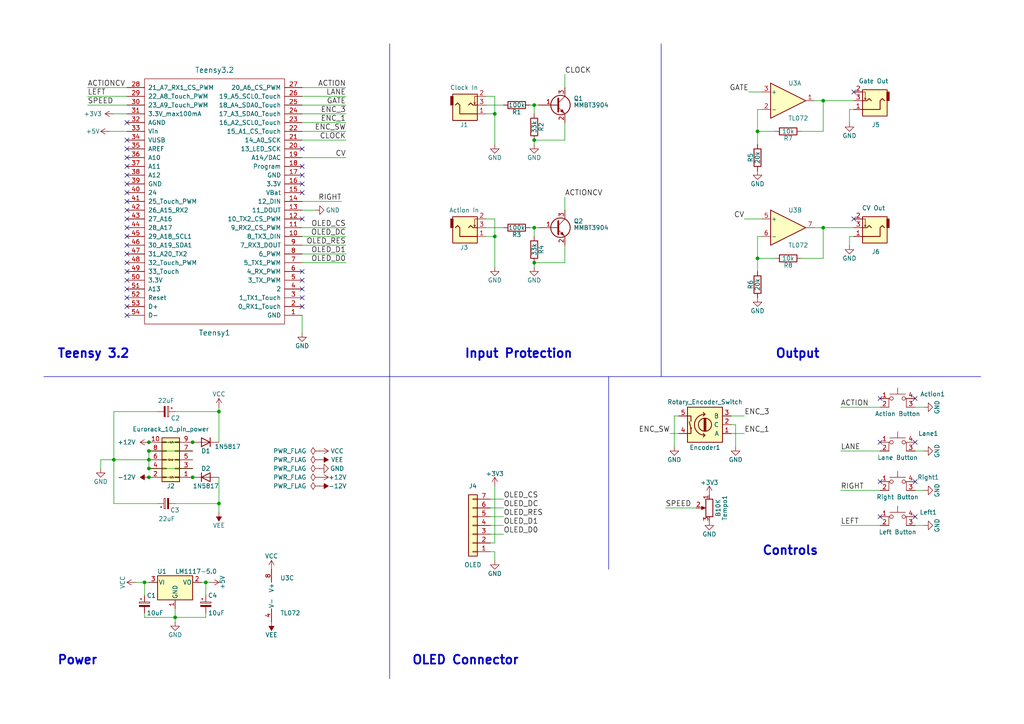
<source format=kicad_sch>
(kicad_sch (version 20230121) (generator eeschema)
  (paper "A4")
  (title_block (title "Play Dice") (company "Mountjoy Modular"))
  (lib_symbols
    (symbol "Amplifier_Operational:TL072" (pin_names (offset 0.127))
      (property "Reference" "U" (at 0 5.08 0))
      (property "Value" "TL072" (at 0 -5.08 0))
      (symbol "TL072_1_1"
        (polyline (pts (xy -5.08 5.08) (xy 5.08 0) (xy -5.08 -5.08) (xy -5.08 5.08)) (stroke (width 0.254)) (fill (type background)))
        (pin output line (at 7.62 0 180) (length 2.54) (name "~") (number "1"))
        (pin input line (at -7.62 -2.54 0) (length 2.54) (name "-") (number "2"))
        (pin input line (at -7.62 2.54 0) (length 2.54) (name "+") (number "3"))
      )
      (symbol "TL072_2_1"
        (polyline (pts (xy -5.08 5.08) (xy 5.08 0) (xy -5.08 -5.08) (xy -5.08 5.08)) (stroke (width 0.254)) (fill (type background)))
        (pin input line (at -7.62 2.54 0) (length 2.54) (name "+") (number "5"))
        (pin input line (at -7.62 -2.54 0) (length 2.54) (name "-") (number "6"))
        (pin output line (at 7.62 0 180) (length 2.54) (name "~") (number "7"))
      )
      (symbol "TL072_3_1"
        (pin power_in line (at -2.54 -7.62 90) (length 3.81) (name "V-") (number "4"))
        (pin power_in line (at -2.54 7.62 270) (length 3.81) (name "V+") (number "8"))
      )
    )
    (symbol "Connector_Generic:Conn_01x07" (pin_names (offset 1.016) hide)
      (property "Reference" "J" (at 0 10.16 0))
      (property "Value" "Conn_01x07" (at 0 -10.16 0))
      (symbol "Conn_01x07_1_1"
        (rectangle (start -1.27 -7.493) (end 0 -7.747) (stroke (width 0.1524)))
        (rectangle (start -1.27 -4.953) (end 0 -5.207) (stroke (width 0.1524)))
        (rectangle (start -1.27 -2.413) (end 0 -2.667) (stroke (width 0.1524)))
        (rectangle (start -1.27 0.127) (end 0 -0.127) (stroke (width 0.1524)))
        (rectangle (start -1.27 2.667) (end 0 2.413) (stroke (width 0.1524)))
        (rectangle (start -1.27 5.207) (end 0 4.953) (stroke (width 0.1524)))
        (rectangle (start -1.27 7.747) (end 0 7.493) (stroke (width 0.1524)))
        (rectangle (start -1.27 8.89) (end 1.27 -8.89) (stroke (width 0.254)) (fill (type background)))
        (pin passive line (at -5.08 7.62 0) (length 3.81) (name "Pin_1") (number "1"))
        (pin passive line (at -5.08 5.08 0) (length 3.81) (name "Pin_2") (number "2"))
        (pin passive line (at -5.08 2.54 0) (length 3.81) (name "Pin_3") (number "3"))
        (pin passive line (at -5.08 0 0) (length 3.81) (name "Pin_4") (number "4"))
        (pin passive line (at -5.08 -2.54 0) (length 3.81) (name "Pin_5") (number "5"))
        (pin passive line (at -5.08 -5.08 0) (length 3.81) (name "Pin_6") (number "6"))
        (pin passive line (at -5.08 -7.62 0) (length 3.81) (name "Pin_7") (number "7"))
      )
    )
    (symbol "Device:C_Polarized_Small" (pin_numbers hide) (pin_names (offset 0.254) hide)
      (property "Reference" "C" (at 0.254 1.778 0))
      (property "Value" "C_Polarized_Small" (at 0.254 -2.032 0))
      (symbol "C_Polarized_Small_0_1"
        (rectangle (start -1.524 -0.3048) (end 1.524 -0.6858) (fill (type outline)))
        (rectangle (start -1.524 0.6858) (end 1.524 0.3048))
        (polyline (pts (xy -1.27 1.524) (xy -0.762 1.524)))
        (polyline (pts (xy -1.016 1.27) (xy -1.016 1.778)))
      )
      (symbol "C_Polarized_Small_1_1"
        (pin passive line (at 0 2.54 270) (length 1.8542) (name "~") (number "1"))
        (pin passive line (at 0 -2.54 90) (length 1.8542) (name "~") (number "2"))
      )
    )
    (symbol "Device:D" (pin_numbers hide) (pin_names (offset 1.016) hide)
      (property "Reference" "D" (at 0 2.54 0))
      (property "Value" "D" (at 0 -2.54 0))
      (symbol "D_0_1"
        (polyline (pts (xy -1.27 1.27) (xy -1.27 -1.27)) (stroke (width 0.254)))
        (polyline (pts (xy 1.27 0) (xy -1.27 0)))
        (polyline (pts (xy 1.27 1.27) (xy 1.27 -1.27) (xy -1.27 0) (xy 1.27 1.27)) (stroke (width 0.254)))
      )
      (symbol "D_1_1"
        (pin passive line (at -3.81 0 0) (length 2.54) (name "K") (number "1"))
        (pin passive line (at 3.81 0 180) (length 2.54) (name "A") (number "2"))
      )
    )
    (symbol "Device:R" (pin_numbers hide) (pin_names (offset 0))
      (property "Reference" "R" (at 2.032 0 90))
      (property "Value" "R" (at 0 0 90))
      (symbol "R_0_1"
        (rectangle (start -1.016 -2.54) (end 1.016 2.54) (stroke (width 0.254)))
      )
      (symbol "R_1_1"
        (pin passive line (at 0 3.81 270) (length 1.27) (name "~") (number "1"))
        (pin passive line (at 0 -3.81 90) (length 1.27) (name "~") (number "2"))
      )
    )
    (symbol "Device:R_Potentiometer" (pin_names (offset 1.016) hide)
      (property "Reference" "RV" (at -4.445 0 90))
      (property "Value" "R_Potentiometer" (at -2.54 0 90))
      (symbol "R_Potentiometer_0_1"
        (polyline (pts (xy 2.54 0) (xy 1.524 0)))
        (polyline (pts (xy 1.143 0) (xy 2.286 0.508) (xy 2.286 -0.508) (xy 1.143 0)) (fill (type outline)))
        (rectangle (start 1.016 2.54) (end -1.016 -2.54) (stroke (width 0.254)))
      )
      (symbol "R_Potentiometer_1_1"
        (pin passive line (at 0 3.81 270) (length 1.27) (name "1") (number "1"))
        (pin passive line (at 3.81 0 180) (length 1.27) (name "2") (number "2"))
        (pin passive line (at 0 -3.81 90) (length 1.27) (name "3") (number "3"))
      )
    )
    (symbol "Eurorack Header:Eurorack_10_pin_power" (pin_names (offset 1.016) hide)
      (property "Reference" "J" (at 1.27 7.62 0))
      (property "Value" "Eurorack_10_pin_power" (at 1.27 -7.62 0))
      (symbol "Eurorack_10_pin_power_1_0"
        (text "+12v" (at 1.27 -5.08 0) (effects (font (size 0.508 0.508))))
        (text "-12v" (at 1.27 5.08 0) (effects (font (size 0.508 0.508))))
        (text "Gnd" (at 1.27 0 0) (effects (font (size 0.508 0.508))))
      )
      (symbol "Eurorack_10_pin_power_1_1"
        (rectangle (start -1.27 -4.953) (end 0 -5.207) (stroke (width 0.1524)))
        (rectangle (start -1.27 -2.413) (end 0 -2.667) (stroke (width 0.1524)))
        (rectangle (start -1.27 0.127) (end 0 -0.127) (stroke (width 0.1524)))
        (rectangle (start -1.27 2.667) (end 0 2.413) (stroke (width 0.1524)))
        (rectangle (start -1.27 5.207) (end 0 4.953) (stroke (width 0.1524)))
        (rectangle (start -1.27 6.35) (end 3.81 -6.35) (stroke (width 0.254)) (fill (type background)))
        (rectangle (start 3.81 -4.953) (end 2.54 -5.207) (stroke (width 0.1524)))
        (rectangle (start 3.81 -2.413) (end 2.54 -2.667) (stroke (width 0.1524)))
        (rectangle (start 3.81 0.127) (end 2.54 -0.127) (stroke (width 0.1524)))
        (rectangle (start 3.81 2.667) (end 2.54 2.413) (stroke (width 0.1524)))
        (rectangle (start 3.81 5.207) (end 2.54 4.953) (stroke (width 0.1524)))
        (pin power_in line (at -5.08 5.08 0) (length 3.81) (name "Pin_1") (number "1"))
        (pin passive line (at 7.62 -5.08 180) (length 3.81) (name "Pin_10") (number "10"))
        (pin passive line (at 7.62 5.08 180) (length 3.81) (name "Pin_2") (number "2"))
        (pin passive line (at -5.08 2.54 0) (length 3.81) (name "Pin_3") (number "3"))
        (pin passive line (at 7.62 2.54 180) (length 3.81) (name "Pin_4") (number "4"))
        (pin power_in line (at -5.08 0 0) (length 3.81) (name "Pin_5") (number "5"))
        (pin passive line (at 7.62 0 180) (length 3.81) (name "Pin_6") (number "6"))
        (pin passive line (at -5.08 -2.54 0) (length 3.81) (name "Pin_7") (number "7"))
        (pin passive line (at 7.62 -2.54 180) (length 3.81) (name "Pin_8") (number "8"))
        (pin power_in line (at -5.08 -5.08 0) (length 3.81) (name "Pin_9") (number "9"))
      )
    )
    (symbol "Regulator_Linear:LM1117-5.0" (pin_names (offset 0.254))
      (property "Reference" "U" (at -3.81 3.175 0))
      (property "Value" "LM1117-5.0" (at 0 3.175 0))
      (symbol "LM1117-5.0_0_1"
        (rectangle (start -5.08 -5.08) (end 5.08 1.905) (stroke (width 0.254)) (fill (type background)))
      )
      (symbol "LM1117-5.0_1_1"
        (pin power_in line (at 0 -7.62 90) (length 2.54) (name "GND") (number "1"))
        (pin power_out line (at 7.62 0 180) (length 2.54) (name "VO") (number "2"))
        (pin power_in line (at -7.62 0 0) (length 2.54) (name "VI") (number "3"))
      )
    )
    (symbol "Switch:SW_MEC_5E" (pin_names (offset 1.016) hide)
      (property "Reference" "SW" (at 0.635 5.715 0))
      (property "Value" "SW_MEC_5E" (at 0 -3.175 0))
      (symbol "SW_MEC_5E_0_1"
        (circle (center -1.778 2.54) (radius 0.508))
        (polyline (pts (xy -2.286 3.81) (xy 2.286 3.81)))
        (polyline (pts (xy 0 3.81) (xy 0 5.588)))
        (polyline (pts (xy -2.54 0) (xy -2.54 2.54) (xy -2.286 2.54)))
        (polyline (pts (xy 2.54 0) (xy 2.54 2.54) (xy 2.286 2.54)))
        (circle (center 1.778 2.54) (radius 0.508))
        (pin passive line (at -5.08 2.54 0) (length 2.54) (name "1") (number "1"))
        (pin passive line (at -5.08 0 0) (length 2.54) (name "2") (number "2"))
        (pin passive line (at 5.08 0 180) (length 2.54) (name "K") (number "3"))
        (pin passive line (at 5.08 2.54 180) (length 2.54) (name "A") (number "4"))
      )
    )
    (symbol "Transistor_BJT:MMBT3904" (pin_names (offset 0) hide)
      (property "Reference" "Q" (at 5.08 1.905 0))
      (property "Value" "MMBT3904" (at 5.08 0 0))
      (symbol "MMBT3904_0_1"
        (polyline (pts (xy 0.635 0.635) (xy 2.54 2.54)))
        (polyline (pts (xy 0.635 -0.635) (xy 2.54 -2.54) (xy 2.54 -2.54)))
        (polyline (pts (xy 0.635 1.905) (xy 0.635 -1.905) (xy 0.635 -1.905)) (stroke (width 0.508)))
        (polyline (pts (xy 1.27 -1.778) (xy 1.778 -1.27) (xy 2.286 -2.286) (xy 1.27 -1.778) (xy 1.27 -1.778)) (fill (type outline)))
        (circle (center 1.27 0) (radius 2.8194) (stroke (width 0.254)))
      )
      (symbol "MMBT3904_1_1"
        (pin input line (at -5.08 0 0) (length 5.715) (name "B") (number "1"))
        (pin passive line (at 2.54 -5.08 90) (length 2.54) (name "E") (number "2"))
        (pin passive line (at 2.54 5.08 270) (length 2.54) (name "C") (number "3"))
      )
    )
    (symbol "power:+12V" (power) (pin_names (offset 0))
      (property "Value" "+12V" (at 0 3.556 0))
      (symbol "+12V_0_1"
        (polyline (pts (xy -0.762 1.27) (xy 0 2.54)))
        (polyline (pts (xy 0 0) (xy 0 2.54)))
        (polyline (pts (xy 0 2.54) (xy 0.762 1.27)))
      )
      (symbol "+12V_1_1"
        (pin power_in line (at 0 0 90) (length 0) hide (name "+12V") (number "1"))
      )
    )
    (symbol "power:+3.3V" (power) (pin_names (offset 0))
      (property "Value" "+3.3V" (at 0 3.556 0))
      (symbol "+3.3V_0_1"
        (polyline (pts (xy -0.762 1.27) (xy 0 2.54)))
        (polyline (pts (xy 0 0) (xy 0 2.54)))
        (polyline (pts (xy 0 2.54) (xy 0.762 1.27)))
      )
      (symbol "+3.3V_1_1"
        (pin power_in line (at 0 0 90) (length 0) hide (name "+3V3") (number "1"))
      )
    )
    (symbol "power:+5V" (power) (pin_names (offset 0))
      (property "Value" "+5V" (at 0 3.556 0))
      (symbol "+5V_0_1"
        (polyline (pts (xy -0.762 1.27) (xy 0 2.54)))
        (polyline (pts (xy 0 0) (xy 0 2.54)))
        (polyline (pts (xy 0 2.54) (xy 0.762 1.27)))
      )
      (symbol "+5V_1_1"
        (pin power_in line (at 0 0 90) (length 0) hide (name "+5V") (number "1"))
      )
    )
    (symbol "power:-12V" (power) (pin_names (offset 0))
      (property "Value" "-12V" (at 0 3.81 0))
      (symbol "-12V_0_0"
        (pin power_in line (at 0 0 90) (length 0) hide (name "-12V") (number "1"))
      )
      (symbol "-12V_0_1"
        (polyline (pts (xy 0 0) (xy 0 1.27) (xy 0.762 1.27) (xy 0 2.54) (xy -0.762 1.27) (xy 0 1.27)) (fill (type outline)))
      )
    )
    (symbol "power:GND" (power) (pin_names (offset 0))
      (property "Value" "GND" (at 0 -3.81 0))
      (symbol "GND_0_1"
        (polyline (pts (xy 0 0) (xy 0 -1.27) (xy 1.27 -1.27) (xy 0 -2.54) (xy -1.27 -1.27) (xy 0 -1.27)))
      )
      (symbol "GND_1_1"
        (pin power_in line (at 0 0 270) (length 0) hide (name "GND") (number "1"))
      )
    )
    (symbol "power:PWR_FLAG" (power) (pin_numbers hide) (pin_names (offset 0) hide)
      (property "Value" "PWR_FLAG" (at 0 3.81 0))
      (symbol "PWR_FLAG_0_0"
        (pin power_out line (at 0 0 90) (length 0) (name "pwr") (number "1"))
      )
      (symbol "PWR_FLAG_0_1"
        (polyline (pts (xy 0 0) (xy 0 1.27) (xy -1.016 1.905) (xy 0 2.54) (xy 1.016 1.905) (xy 0 1.27)))
      )
    )
    (symbol "power:VCC" (power) (pin_names (offset 0))
      (property "Value" "VCC" (at 0 3.81 0))
      (symbol "VCC_0_1"
        (polyline (pts (xy -0.762 1.27) (xy 0 2.54)))
        (polyline (pts (xy 0 0) (xy 0 2.54)))
        (polyline (pts (xy 0 2.54) (xy 0.762 1.27)))
      )
      (symbol "VCC_1_1"
        (pin power_in line (at 0 0 90) (length 0) hide (name "VCC") (number "1"))
      )
    )
    (symbol "power:VEE" (power) (pin_names (offset 0))
      (property "Value" "VEE" (at 0 3.81 0))
      (symbol "VEE_0_1"
        (polyline (pts (xy 0 0) (xy 0 2.54)))
        (polyline (pts (xy 0.762 1.27) (xy -0.762 1.27) (xy 0 2.54) (xy 0.762 1.27)) (fill (type outline)))
      )
      (symbol "VEE_1_1"
        (pin power_in line (at 0 0 90) (length 0) hide (name "VEE") (number "1"))
      )
    )
    (symbol "rotary_encoder:Rotary_Encoder_Switch" (pin_names (offset 1.016))
      (property "Reference" "SW" (at 0 6.604 0))
      (property "Value" "Rotary_Encoder_Switch" (at 0 -6.604 0))
      (symbol "Rotary_Encoder_Switch_0_1"
        (rectangle (start -5.08 5.08) (end 5.08 -5.08) (stroke (width 0.254)) (fill (type background)))
        (arc (start 0 -3.048) (mid 3.0348 0) (end 0 3.048) (stroke (width 0.254)))
        (polyline (pts (xy -0.254 -1.778) (xy -0.254 1.778)) (stroke (width 0.254)))
        (polyline (pts (xy 0 -3.048) (xy 0.508 -3.556)) (stroke (width 0.254)))
        (polyline (pts (xy 0 -3.048) (xy 0.508 -2.54)) (stroke (width 0.254)))
        (polyline (pts (xy 0 -1.778) (xy 0 1.778)) (stroke (width 0.254)))
        (polyline (pts (xy 0 3.048) (xy 0.508 2.54)) (stroke (width 0.254)))
        (polyline (pts (xy 0.254 1.778) (xy 0.254 -1.778)) (stroke (width 0.254)))
        (polyline (pts (xy 0.508 3.556) (xy 0 3.048)) (stroke (width 0.254)))
        (polyline (pts (xy 4.064 1.016) (xy 4.572 -0.889)) (stroke (width 0.254)))
        (polyline (pts (xy 5.08 -2.54) (xy 4.064 -2.54) (xy 4.064 -1.016)) (stroke (width 0.254)))
        (polyline (pts (xy 5.08 2.54) (xy 4.064 2.54) (xy 4.064 1.016)) (stroke (width 0.254)))
        (circle (center 0 0) (radius 1.905) (stroke (width 0.254)))
        (circle (center 4.064 1.016) (radius 0.127) (stroke (width 0.254)))
      )
      (symbol "Rotary_Encoder_Switch_1_1"
        (pin input line (at -7.62 2.54 0) (length 2.54) (name "A") (number "1"))
        (pin input line (at -7.62 0 0) (length 2.54) (name "C") (number "2"))
        (pin input line (at -7.62 -2.54 0) (length 2.54) (name "B") (number "3"))
        (pin input line (at 7.62 2.54 180) (length 2.54) (name "~") (number "4"))
        (pin input line (at 7.62 -2.54 180) (length 2.54) (name "~") (number "5"))
      )
    )
    (symbol "teensy:Teensy3.2" (pin_names (offset 1.016))
      (property "Reference" "U" (at 0 38.1 0))
      (property "Value" "Teensy3.2" (at 0 -38.1 0))
      (symbol "Teensy3.2_0_1"
        (rectangle (start -20.32 35.56) (end 20.32 -35.56))
      )
      (symbol "Teensy3.2_1_1"
        (pin power_in line (at -25.4 33.02 0) (length 5.08) (name "GND") (number "1"))
        (pin bidirectional line (at -25.4 10.16 0) (length 5.08) (name "8_TX3_DIN") (number "10"))
        (pin bidirectional line (at -25.4 7.62 0) (length 5.08) (name "9_RX2_CS_PWM") (number "11"))
        (pin bidirectional line (at -25.4 5.08 0) (length 5.08) (name "10_TX2_CS_PWM") (number "12"))
        (pin bidirectional line (at -25.4 2.54 0) (length 5.08) (name "11_DOUT") (number "13"))
        (pin bidirectional line (at -25.4 0 0) (length 5.08) (name "12_DIN") (number "14"))
        (pin power_in line (at -25.4 -2.54 0) (length 5.08) (name "VBat") (number "15"))
        (pin power_in line (at -25.4 -5.08 0) (length 5.08) (name "3.3V") (number "16"))
        (pin power_in line (at -25.4 -7.62 0) (length 5.08) (name "GND") (number "17"))
        (pin input line (at -25.4 -10.16 0) (length 5.08) (name "Program") (number "18"))
        (pin bidirectional line (at -25.4 -12.7 0) (length 5.08) (name "A14/DAC") (number "19"))
        (pin bidirectional line (at -25.4 30.48 0) (length 5.08) (name "0_RX1_Touch") (number "2"))
        (pin bidirectional line (at -25.4 -15.24 0) (length 5.08) (name "13_LED_SCK") (number "20"))
        (pin bidirectional line (at -25.4 -17.78 0) (length 5.08) (name "14_A0_SCK") (number "21"))
        (pin bidirectional line (at -25.4 -20.32 0) (length 5.08) (name "15_A1_CS_Touch") (number "22"))
        (pin bidirectional line (at -25.4 -22.86 0) (length 5.08) (name "16_A2_SCL0_Touch") (number "23"))
        (pin bidirectional line (at -25.4 -25.4 0) (length 5.08) (name "17_A3_SDA0_Touch") (number "24"))
        (pin bidirectional line (at -25.4 -27.94 0) (length 5.08) (name "18_A4_SDA0_Touch") (number "25"))
        (pin bidirectional line (at -25.4 -30.48 0) (length 5.08) (name "19_A5_SCL0_Touch") (number "26"))
        (pin bidirectional line (at -25.4 -33.02 0) (length 5.08) (name "20_A6_CS_PWM") (number "27"))
        (pin bidirectional line (at 25.4 -33.02 180) (length 5.08) (name "21_A7_RX1_CS_PWM") (number "28"))
        (pin bidirectional line (at 25.4 -30.48 180) (length 5.08) (name "22_A8_Touch_PWM") (number "29"))
        (pin bidirectional line (at -25.4 27.94 0) (length 5.08) (name "1_TX1_Touch") (number "3"))
        (pin bidirectional line (at 25.4 -27.94 180) (length 5.08) (name "23_A9_Touch_PWM") (number "30"))
        (pin power_out line (at 25.4 -25.4 180) (length 5.08) (name "3.3V_max100mA") (number "31"))
        (pin power_in line (at 25.4 -22.86 180) (length 5.08) (name "AGND") (number "32"))
        (pin power_in line (at 25.4 -20.32 180) (length 5.08) (name "Vin") (number "33"))
        (pin power_in line (at 25.4 -17.78 180) (length 5.08) (name "VUSB") (number "34"))
        (pin input line (at 25.4 -15.24 180) (length 5.08) (name "AREF") (number "35"))
        (pin bidirectional line (at 25.4 -12.7 180) (length 5.08) (name "A10") (number "36"))
        (pin bidirectional line (at 25.4 -10.16 180) (length 5.08) (name "A11") (number "37"))
        (pin bidirectional line (at 25.4 -7.62 180) (length 5.08) (name "A12") (number "38"))
        (pin power_in line (at 25.4 -5.08 180) (length 5.08) (name "GND") (number "39"))
        (pin bidirectional line (at -25.4 25.4 0) (length 5.08) (name "2") (number "4"))
        (pin bidirectional line (at 25.4 -2.54 180) (length 5.08) (name "24") (number "40"))
        (pin bidirectional line (at 25.4 0 180) (length 5.08) (name "25_Touch_PWM") (number "41"))
        (pin bidirectional line (at 25.4 2.54 180) (length 5.08) (name "26_A15_RX2") (number "42"))
        (pin bidirectional line (at 25.4 5.08 180) (length 5.08) (name "27_A16") (number "43"))
        (pin bidirectional line (at 25.4 7.62 180) (length 5.08) (name "28_A17") (number "44"))
        (pin bidirectional line (at 25.4 10.16 180) (length 5.08) (name "29_A18_SCL1") (number "45"))
        (pin bidirectional line (at 25.4 12.7 180) (length 5.08) (name "30_A19_SDA1") (number "46"))
        (pin bidirectional line (at 25.4 15.24 180) (length 5.08) (name "31_A20_TX2") (number "47"))
        (pin bidirectional line (at 25.4 17.78 180) (length 5.08) (name "32_Touch_PWM") (number "48"))
        (pin bidirectional line (at 25.4 20.32 180) (length 5.08) (name "33_Touch") (number "49"))
        (pin bidirectional line (at -25.4 22.86 0) (length 5.08) (name "3_TX_PWM") (number "5"))
        (pin power_in line (at 25.4 22.86 180) (length 5.08) (name "3.3V") (number "50"))
        (pin bidirectional line (at 25.4 25.4 180) (length 5.08) (name "A13") (number "51"))
        (pin input line (at 25.4 27.94 180) (length 5.08) (name "Reset") (number "52"))
        (pin bidirectional line (at 25.4 30.48 180) (length 5.08) (name "D+") (number "53"))
        (pin bidirectional line (at 25.4 33.02 180) (length 5.08) (name "D-") (number "54"))
        (pin bidirectional line (at -25.4 20.32 0) (length 5.08) (name "4_RX_PWM") (number "6"))
        (pin bidirectional line (at -25.4 17.78 0) (length 5.08) (name "5_TX1_PWM") (number "7"))
        (pin bidirectional line (at -25.4 15.24 0) (length 5.08) (name "6_PWM") (number "8"))
        (pin bidirectional line (at -25.4 12.7 0) (length 5.08) (name "7_RX3_DOUT") (number "9"))
      )
    )
    (symbol "thonkiconn:AudioJack2_Ground_Switch" (pin_names (offset 1.016))
      (property "Reference" "J" (at 0 8.89 0))
      (property "Value" "AudioJack2_Ground_Switch" (at 0 6.35 0))
      (symbol "AudioJack2_Ground_Switch_0_1"
        (rectangle (start -4.445 -2.54) (end -5.207 0) (fill (type outline)))
        (polyline (pts (xy 1.778 -0.254) (xy 2.032 -0.762)))
        (polyline (pts (xy 0 0) (xy 0.635 -0.635) (xy 1.27 0) (xy 2.54 0)) (stroke (width 0.254)))
        (polyline (pts (xy 2.54 -2.54) (xy 1.778 -2.54) (xy 1.778 -0.254) (xy 1.524 -0.762)))
        (polyline (pts (xy 2.54 2.54) (xy -2.54 2.54) (xy -2.54 0) (xy -3.175 -0.635) (xy -3.81 0)) (stroke (width 0.254)))
        (rectangle (start 2.54 -3.175) (end -4.572 4.445) (stroke (width 0.254)) (fill (type background)))
      )
      (symbol "AudioJack2_Ground_Switch_1_1"
        (pin passive line (at 5.08 2.54 180) (length 2.54) (name "~") (number "1"))
        (pin passive line (at 5.08 -2.54 180) (length 2.54) (name "~") (number "2"))
        (pin passive line (at 5.08 0 180) (length 2.54) (name "~") (number "3"))
      )
    )
  )
  (junction (at 238.76 29.21))
  (junction (at 143.51 68.58))
  (junction (at 154.94 40.64))
  (junction (at 154.94 30.48))
  (junction (at 59.69 168.91))
  (junction (at 154.94 76.2))
  (junction (at 55.88 128.27))
  (junction (at 41.91 168.91))
  (junction (at 219.71 38.1))
  (junction (at 219.71 74.93))
  (junction (at 43.18 135.89))
  (junction (at 154.94 66.04))
  (junction (at 43.18 138.43))
  (junction (at 63.5 146.05))
  (junction (at 50.8 179.07))
  (junction (at 63.5 119.38))
  (junction (at 238.76 66.04))
  (junction (at 33.02 133.35))
  (junction (at 43.18 128.27))
  (junction (at 43.18 133.35))
  (junction (at 143.51 33.02))
  (junction (at 43.18 130.81))
  (junction (at 55.88 138.43))
  (no_connect (at 255.27 139.7))
  (no_connect (at 36.83 68.58))
  (no_connect (at 247.65 63.5))
  (no_connect (at 36.83 71.12))
  (no_connect (at 36.83 73.66))
  (no_connect (at 36.83 35.56))
  (no_connect (at 36.83 40.64))
  (no_connect (at 36.83 43.18))
  (no_connect (at 36.83 45.72))
  (no_connect (at 36.83 48.26))
  (no_connect (at 36.83 50.8))
  (no_connect (at 36.83 53.34))
  (no_connect (at 36.83 55.88))
  (no_connect (at 36.83 58.42))
  (no_connect (at 36.83 60.96))
  (no_connect (at 36.83 66.04))
  (no_connect (at 247.65 26.67))
  (no_connect (at 255.27 115.57))
  (no_connect (at 255.27 128.27))
  (no_connect (at 265.43 128.27))
  (no_connect (at 265.43 115.57))
  (no_connect (at 36.83 76.2))
  (no_connect (at 36.83 78.74))
  (no_connect (at 36.83 81.28))
  (no_connect (at 36.83 83.82))
  (no_connect (at 36.83 86.36))
  (no_connect (at 36.83 88.9))
  (no_connect (at 36.83 91.44))
  (no_connect (at 87.63 43.18))
  (no_connect (at 87.63 48.26))
  (no_connect (at 87.63 50.8))
  (no_connect (at 87.63 53.34))
  (no_connect (at 87.63 55.88))
  (no_connect (at 87.63 63.5))
  (no_connect (at 87.63 78.74))
  (no_connect (at 87.63 81.28))
  (no_connect (at 87.63 83.82))
  (no_connect (at 87.63 86.36))
  (no_connect (at 87.63 88.9))
  (no_connect (at 255.27 149.86))
  (no_connect (at 36.83 63.5))
  (no_connect (at 265.43 149.86))
  (no_connect (at 265.43 139.7))
  (wire (pts (xy 142.24 152.4) (xy 146.05 152.4)))
  (wire (pts (xy 212.09 123.19) (xy 213.36 123.19)))
  (wire (pts (xy 213.36 123.19) (xy 213.36 129.54)))
  (wire (pts (xy 215.9 63.5) (xy 220.98 63.5)))
  (wire (pts (xy 238.76 74.93) (xy 232.41 74.93)))
  (wire (pts (xy 50.8 179.07) (xy 50.8 180.34)))
  (wire (pts (xy 143.51 160.02) (xy 143.51 162.56)))
  (wire (pts (xy 246.38 68.58) (xy 246.38 71.12)))
  (wire (pts (xy 247.65 68.58) (xy 246.38 68.58)))
  (wire (pts (xy 100.33 25.4) (xy 87.63 25.4)))
  (wire (pts (xy 215.9 120.65) (xy 212.09 120.65)))
  (wire (pts (xy 87.63 66.04) (xy 100.33 66.04)))
  (wire (pts (xy 63.5 119.38) (xy 63.5 128.27)))
  (wire (pts (xy 43.18 133.35) (xy 55.88 133.35)))
  (wire (pts (xy 39.37 168.91) (xy 41.91 168.91)))
  (wire (pts (xy 142.24 147.32) (xy 146.05 147.32)))
  (wire (pts (xy 41.91 168.91) (xy 43.18 168.91)))
  (wire (pts (xy 154.94 66.04) (xy 156.21 66.04)))
  (wire (pts (xy 236.22 66.04) (xy 238.76 66.04)))
  (wire (pts (xy 238.76 66.04) (xy 247.65 66.04)))
  (wire (pts (xy 29.21 133.35) (xy 33.02 133.35)))
  (wire (pts (xy 87.63 33.02) (xy 100.33 33.02)))
  (wire (pts (xy 238.76 66.04) (xy 238.76 74.93)))
  (wire (pts (xy 196.85 125.73) (xy 194.31 125.73)))
  (wire (pts (xy 163.83 25.4) (xy 163.83 21.59)))
  (wire (pts (xy 193.04 147.32) (xy 201.93 147.32)))
  (wire (pts (xy 142.24 160.02) (xy 143.51 160.02)))
  (wire (pts (xy 219.71 68.58) (xy 219.71 74.93)))
  (wire (pts (xy 99.06 58.42) (xy 87.63 58.42)))
  (wire (pts (xy 43.18 128.27) (xy 55.88 128.27)))
  (wire (pts (xy 140.97 27.94) (xy 143.51 27.94)))
  (wire (pts (xy 143.51 27.94) (xy 143.51 33.02)))
  (wire (pts (xy 143.51 33.02) (xy 143.51 41.91)))
  (wire (pts (xy 100.33 27.94) (xy 87.63 27.94)))
  (wire (pts (xy 265.43 130.81) (xy 267.97 130.81)))
  (wire (pts (xy 243.84 142.24) (xy 255.27 142.24)))
  (wire (pts (xy 63.5 146.05) (xy 63.5 148.59)))
  (wire (pts (xy 33.02 33.02) (xy 36.83 33.02)))
  (wire (pts (xy 87.63 45.72) (xy 100.33 45.72)))
  (wire (pts (xy 154.94 76.2) (xy 154.94 77.47)))
  (wire (pts (xy 140.97 33.02) (xy 143.51 33.02)))
  (wire (pts (xy 87.63 68.58) (xy 100.33 68.58)))
  (wire (pts (xy 43.18 133.35) (xy 43.18 135.89)))
  (wire (pts (xy 142.24 157.48) (xy 143.51 157.48)))
  (wire (pts (xy 143.51 157.48) (xy 143.51 140.97)))
  (wire (pts (xy 41.91 179.07) (xy 50.8 179.07)))
  (wire (pts (xy 50.8 146.05) (xy 63.5 146.05)))
  (wire (pts (xy 50.8 176.53) (xy 50.8 179.07)))
  (polyline (pts (xy 176.53 109.22) (xy 176.53 165.1)))
  (wire (pts (xy 153.67 66.04) (xy 154.94 66.04)))
  (wire (pts (xy 33.02 133.35) (xy 33.02 146.05)))
  (wire (pts (xy 33.02 146.05) (xy 45.72 146.05)))
  (wire (pts (xy 246.38 31.75) (xy 246.38 35.56)))
  (wire (pts (xy 247.65 31.75) (xy 246.38 31.75)))
  (wire (pts (xy 154.94 40.64) (xy 154.94 41.91)))
  (polyline (pts (xy 12.7 109.22) (xy 284.48 109.22)))
  (wire (pts (xy 154.94 76.2) (xy 163.83 76.2)))
  (wire (pts (xy 87.63 76.2) (xy 100.33 76.2)))
  (wire (pts (xy 265.43 142.24) (xy 267.97 142.24)))
  (wire (pts (xy 265.43 118.11) (xy 267.97 118.11)))
  (wire (pts (xy 215.9 125.73) (xy 212.09 125.73)))
  (wire (pts (xy 43.18 130.81) (xy 43.18 133.35)))
  (wire (pts (xy 33.02 119.38) (xy 45.72 119.38)))
  (polyline (pts (xy 191.77 107.95) (xy 191.77 109.22)))
  (wire (pts (xy 140.97 63.5) (xy 143.51 63.5)))
  (wire (pts (xy 143.51 63.5) (xy 143.51 68.58)))
  (wire (pts (xy 143.51 68.58) (xy 143.51 77.47)))
  (wire (pts (xy 87.63 38.1) (xy 100.33 38.1)))
  (wire (pts (xy 33.02 133.35) (xy 43.18 133.35)))
  (wire (pts (xy 87.63 60.96) (xy 91.44 60.96)))
  (wire (pts (xy 29.21 133.35) (xy 29.21 135.89)))
  (wire (pts (xy 100.33 71.12) (xy 87.63 71.12)))
  (wire (pts (xy 224.79 38.1) (xy 219.71 38.1)))
  (wire (pts (xy 142.24 154.94) (xy 146.05 154.94)))
  (wire (pts (xy 50.8 119.38) (xy 63.5 119.38)))
  (wire (pts (xy 59.69 168.91) (xy 60.96 168.91)))
  (wire (pts (xy 140.97 68.58) (xy 143.51 68.58)))
  (wire (pts (xy 220.98 26.67) (xy 217.17 26.67)))
  (wire (pts (xy 41.91 177.8) (xy 41.91 179.07)))
  (wire (pts (xy 224.79 74.93) (xy 219.71 74.93)))
  (wire (pts (xy 43.18 135.89) (xy 55.88 135.89)))
  (wire (pts (xy 43.18 138.43) (xy 55.88 138.43)))
  (wire (pts (xy 219.71 74.93) (xy 219.71 78.74)))
  (wire (pts (xy 195.58 120.65) (xy 196.85 120.65)))
  (wire (pts (xy 195.58 129.54) (xy 195.58 120.65)))
  (wire (pts (xy 87.63 40.64) (xy 100.33 40.64)))
  (wire (pts (xy 238.76 29.21) (xy 238.76 38.1)))
  (wire (pts (xy 267.97 152.4) (xy 265.43 152.4)))
  (wire (pts (xy 31.75 38.1) (xy 36.83 38.1)))
  (wire (pts (xy 153.67 30.48) (xy 154.94 30.48)))
  (wire (pts (xy 43.18 130.81) (xy 55.88 130.81)))
  (wire (pts (xy 59.69 168.91) (xy 59.69 172.72)))
  (wire (pts (xy 154.94 40.64) (xy 163.83 40.64)))
  (wire (pts (xy 33.02 119.38) (xy 33.02 133.35)))
  (polyline (pts (xy 113.03 12.7) (xy 113.03 196.85)))
  (wire (pts (xy 154.94 30.48) (xy 156.21 30.48)))
  (wire (pts (xy 140.97 66.04) (xy 146.05 66.04)))
  (wire (pts (xy 220.98 31.75) (xy 219.71 31.75)))
  (wire (pts (xy 36.83 27.94) (xy 25.4 27.94)))
  (wire (pts (xy 163.83 40.64) (xy 163.83 35.56)))
  (wire (pts (xy 87.63 91.44) (xy 87.63 96.52)))
  (wire (pts (xy 100.33 73.66) (xy 87.63 73.66)))
  (wire (pts (xy 50.8 179.07) (xy 59.69 179.07)))
  (polyline (pts (xy 191.77 12.7) (xy 191.77 107.95)))
  (wire (pts (xy 154.94 33.02) (xy 154.94 30.48)))
  (wire (pts (xy 36.83 25.4) (xy 25.4 25.4)))
  (wire (pts (xy 58.42 168.91) (xy 59.69 168.91)))
  (wire (pts (xy 238.76 38.1) (xy 232.41 38.1)))
  (wire (pts (xy 142.24 144.78) (xy 146.05 144.78)))
  (wire (pts (xy 25.4 30.48) (xy 36.83 30.48)))
  (wire (pts (xy 63.5 138.43) (xy 63.5 146.05)))
  (wire (pts (xy 154.94 68.58) (xy 154.94 66.04)))
  (wire (pts (xy 140.97 30.48) (xy 146.05 30.48)))
  (wire (pts (xy 59.69 177.8) (xy 59.69 179.07)))
  (wire (pts (xy 63.5 118.11) (xy 63.5 119.38)))
  (wire (pts (xy 219.71 38.1) (xy 219.71 41.91)))
  (wire (pts (xy 220.98 68.58) (xy 219.71 68.58)))
  (wire (pts (xy 243.84 118.11) (xy 255.27 118.11)))
  (wire (pts (xy 87.63 30.48) (xy 100.33 30.48)))
  (wire (pts (xy 163.83 60.96) (xy 163.83 57.15)))
  (wire (pts (xy 41.91 168.91) (xy 41.91 172.72)))
  (wire (pts (xy 243.84 152.4) (xy 255.27 152.4)))
  (wire (pts (xy 87.63 35.56) (xy 100.33 35.56)))
  (wire (pts (xy 219.71 31.75) (xy 219.71 38.1)))
  (wire (pts (xy 142.24 149.86) (xy 146.05 149.86)))
  (wire (pts (xy 236.22 29.21) (xy 238.76 29.21)))
  (wire (pts (xy 238.76 29.21) (xy 247.65 29.21)))
  (wire (pts (xy 243.84 130.81) (xy 255.27 130.81)))
  (wire (pts (xy 163.83 76.2) (xy 163.83 71.12)))
  (text "Power" (at 16.51 193.04 0) (effects (font (size 2.54 2.54) (thickness 0.508) bold) (justify left bottom)))
  (text "Teensy 3.2" (at 16.51 104.14 0) (effects (font (size 2.54 2.54) (thickness 0.508) bold) (justify left bottom)))
  (text "Output" (at 224.79 104.14 0) (effects (font (size 2.54 2.54) (thickness 0.508) bold) (justify left bottom)))
  (text "Input Protection" (at 134.62 104.14 0) (effects (font (size 2.54 2.54) (thickness 0.508) bold) (justify left bottom)))
  (text "Controls" (at 220.98 161.29 0) (effects (font (size 2.54 2.54) (thickness 0.508) bold) (justify left bottom)))
  (text "OLED Connector" (at 119.38 193.04 0) (effects (font (size 2.54 2.54) (thickness 0.508) bold) (justify left bottom)))
  (label "OLED_CS" (at 146.05 144.78 0) (effects (font (size 1.524 1.524))))
  (label "SPEED" (at 193.04 147.32 0) (effects (font (size 1.524 1.524))))
  (label "OLED_DC" (at 146.05 147.32 0) (effects (font (size 1.524 1.524))))
  (label "OLED_RES" (at 146.05 149.86 0) (effects (font (size 1.524 1.524))))
  (label "LANE" (at 243.84 130.81 0) (effects (font (size 1.524 1.524))))
  (label "CV" (at 215.9 63.5 180) (effects (font (size 1.524 1.524))))
  (label "CLOCK" (at 100.33 40.64 180) (effects (font (size 1.524 1.524))))
  (label "GATE" (at 217.17 26.67 180) (effects (font (size 1.524 1.524))))
  (label "OLED_CS" (at 100.33 66.04 180) (effects (font (size 1.524 1.524))))
  (label "CLOCK" (at 163.83 21.59 0) (effects (font (size 1.524 1.524))))
  (label "ENC_1" (at 100.33 35.56 180) (effects (font (size 1.524 1.524))))
  (label "ENC_SW" (at 194.31 125.73 180) (effects (font (size 1.524 1.524))))
  (label "GATE" (at 100.33 30.48 180) (effects (font (size 1.524 1.524))))
  (label "ACTION" (at 243.84 118.11 0) (effects (font (size 1.524 1.524))))
  (label "OLED_D0" (at 100.33 76.2 180) (effects (font (size 1.524 1.524))))
  (label "ENC_1" (at 215.9 125.73 0) (effects (font (size 1.524 1.524))))
  (label "LANE" (at 100.33 27.94 180) (effects (font (size 1.524 1.524))))
  (label "OLED_RES" (at 100.33 71.12 180) (effects (font (size 1.524 1.524))))
  (label "RIGHT" (at 99.06 58.42 180) (effects (font (size 1.524 1.524))))
  (label "OLED_D0" (at 146.05 154.94 0) (effects (font (size 1.524 1.524))))
  (label "ENC_3" (at 215.9 120.65 0) (effects (font (size 1.524 1.524))))
  (label "ACTIONCV" (at 25.4 25.4 0) (effects (font (size 1.524 1.524))))
  (label "ENC_SW" (at 100.33 38.1 180) (effects (font (size 1.524 1.524))))
  (label "LEFT" (at 25.4 27.94 0) (effects (font (size 1.524 1.524))))
  (label "RIGHT" (at 243.84 142.24 0) (effects (font (size 1.524 1.524))))
  (label "OLED_D1" (at 100.33 73.66 180) (effects (font (size 1.524 1.524))))
  (label "ENC_3" (at 100.33 33.02 180) (effects (font (size 1.524 1.524))))
  (label "SPEED" (at 25.4 30.48 0) (effects (font (size 1.524 1.524))))
  (label "ACTION" (at 100.33 25.4 180) (effects (font (size 1.524 1.524))))
  (label "LEFT" (at 243.84 152.4 0) (effects (font (size 1.524 1.524))))
  (label "CV" (at 100.33 45.72 180) (effects (font (size 1.524 1.524))))
  (label "OLED_D1" (at 146.05 152.4 0) (effects (font (size 1.524 1.524))))
  (label "ACTIONCV" (at 163.83 57.15 0) (effects (font (size 1.524 1.524))))
  (label "OLED_DC" (at 100.33 68.58 180) (effects (font (size 1.524 1.524))))
  (symbol (lib_id "teensy:Teensy3.2") (at 62.23 58.42 180) (unit 1)
    (property "Reference" "Teensy1" (at 62.23 96.52 0) (effects (font (size 1.524 1.524))))
    (property "Value" "Teensy3.2" (at 62.23 20.32 0) (effects (font (size 1.524 1.524))))
    (property "Footprint" "PlayDice:Teensy30_31_32_LC" (effects hide))
  )
  (symbol (lib_id "Device:R_Potentiometer") (at 205.74 147.32 0) (mirror y) (unit 1)
    (property "Reference" "Tempo1" (at 210.185 147.32 90))
    (property "Value" "B10K" (at 208.28 147.32 90))
    (property "Footprint" "Potentiometers:Potentiometer_Alps_RK09K_Horizontal" (effects hide))
  )
  (symbol (lib_id "power:GND") (at 205.74 151.13 0) (mirror y) (unit 1)
    (property "Reference" "#PWR01" (effects hide))
    (property "Value" "GND" (at 205.74 154.94 0))
  )
  (symbol (lib_id "power:+5V") (at 31.75 38.1 90) (unit 1)
    (property "Reference" "#PWR02" (effects hide))
    (property "Value" "+5V" (at 26.924 38.1 90))
  )
  (symbol (lib_id "power:GND") (at 87.63 96.52 0) (unit 1)
    (property "Reference" "#PWR03" (effects hide))
    (property "Value" "GND" (at 87.63 100.33 0))
  )
  (symbol (lib_id "power:+3.3V") (at 205.74 143.51 0) (mirror y) (unit 1)
    (property "Reference" "#PWR04" (effects hide))
    (property "Value" "+3.3V" (at 205.74 139.954 0))
  )
  (symbol (lib_id "power:+3.3V") (at 33.02 33.02 90) (unit 1)
    (property "Reference" "#PWR05" (effects hide))
    (property "Value" "+3.3V" (at 26.924 33.02 90))
  )
  (symbol (lib_id "power:GND") (at 219.71 86.36 0) (unit 1)
    (property "Reference" "#PWR06" (effects hide))
    (property "Value" "GND" (at 219.71 90.17 0))
  )
  (symbol (lib_id "Amplifier_Operational:TL072") (at 228.6 66.04 0) (unit 2)
    (property "Reference" "U3" (at 228.6 60.96 0) (effects (justify left)))
    (property "Value" "TL072" (at 228.6 71.12 0) (effects (justify left)))
    (property "Footprint" "Housings_SOIC:SOIC-8_3.9x4.9mm_Pitch1.27mm" (effects hide))
    (property "Datasheet" "http://www.ti.com/lit/ds/symlink/tl071.pdf" (effects hide))
  )
  (symbol (lib_id "Device:R") (at 219.71 82.55 180) (unit 1)
    (property "Reference" "R6" (at 217.678 82.55 90))
    (property "Value" "20k" (at 219.71 82.55 90))
    (property "Footprint" "Resistor_SMD:R_0805_2012Metric_Pad1.20x1.40mm_HandSolder" (effects hide))
  )
  (symbol (lib_id "Device:R") (at 228.6 74.93 270) (unit 1)
    (property "Reference" "R8" (at 228.6 76.962 90))
    (property "Value" "10k" (at 228.6 74.93 90))
    (property "Footprint" "Resistor_SMD:R_0805_2012Metric_Pad1.20x1.40mm_HandSolder" (effects hide))
  )
  (symbol (lib_id "power:GND") (at 143.51 162.56 0) (unit 1)
    (property "Reference" "#PWR07" (effects hide))
    (property "Value" "GND" (at 143.51 166.37 0))
  )
  (symbol (lib_id "power:+3.3V") (at 143.51 140.97 0) (unit 1)
    (property "Reference" "#PWR08" (effects hide))
    (property "Value" "+3.3V" (at 143.51 137.414 0))
  )
  (symbol (lib_id "Connector_Generic:Conn_01x07") (at 137.16 152.4 180) (unit 1)
    (property "Reference" "J4" (at 137.16 140.97 0))
    (property "Value" "OLED" (at 137.16 163.83 0))
    (property "Footprint" "PlayDice:OLED_7_Pin_Connector" (effects hide))
  )
  (symbol (lib_id "Device:D") (at 59.69 138.43 0) (unit 1)
    (property "Reference" "D2" (at 59.69 135.89 0))
    (property "Value" "1N5817" (at 59.69 140.97 0))
    (property "Footprint" "Diodes_THT:D_DO-41_SOD81_P7.62mm_Horizontal" (effects hide))
  )
  (symbol (lib_id "Device:D") (at 59.69 128.27 180) (unit 1)
    (property "Reference" "D1" (at 59.69 130.81 0))
    (property "Value" "1N5817" (at 66.04 129.54 0))
    (property "Footprint" "Diodes_THT:D_DO-41_SOD81_P7.62mm_Horizontal" (effects hide))
  )
  (symbol (lib_id "power:VCC") (at 63.5 118.11 0) (unit 1)
    (property "Reference" "#PWR09" (effects hide))
    (property "Value" "VCC" (at 63.5 114.3 0))
  )
  (symbol (lib_id "power:VEE") (at 63.5 148.59 180) (unit 1)
    (property "Reference" "#PWR010" (effects hide))
    (property "Value" "VEE" (at 63.5 152.4 0))
  )
  (symbol (lib_id "Device:C_Polarized_Small") (at 48.26 119.38 270) (unit 1)
    (property "Reference" "C2" (at 49.53 121.285 90) (effects (justify left)))
    (property "Value" "22uF" (at 45.72 116.205 90) (effects (justify left)))
    (property "Footprint" "Capacitors_THT:CP_Radial_D5.0mm_P2.00mm" (effects hide))
  )
  (symbol (lib_id "Device:C_Polarized_Small") (at 48.26 146.05 90) (unit 1)
    (property "Reference" "C3" (at 52.07 147.955 90) (effects (justify left)))
    (property "Value" "22uF" (at 50.8 150.495 90) (effects (justify left)))
    (property "Footprint" "Capacitors_THT:CP_Radial_D5.0mm_P2.00mm" (effects hide))
  )
  (symbol (lib_id "power:GND") (at 29.21 135.89 0) (unit 1)
    (property "Reference" "#PWR011" (effects hide))
    (property "Value" "GND" (at 29.21 139.7 0))
  )
  (symbol (lib_id "power:VCC") (at 39.37 168.91 90) (unit 1)
    (property "Reference" "#PWR012" (effects hide))
    (property "Value" "VCC" (at 35.56 168.91 0))
  )
  (symbol (lib_id "power:+5V") (at 60.96 168.91 270) (unit 1)
    (property "Reference" "#PWR013" (effects hide))
    (property "Value" "+5V" (at 64.516 168.91 0))
  )
  (symbol (lib_id "power:GND") (at 50.8 180.34 0) (unit 1)
    (property "Reference" "#PWR014" (effects hide))
    (property "Value" "GND" (at 50.8 184.15 0))
  )
  (symbol (lib_id "Device:C_Polarized_Small") (at 59.69 175.26 0) (unit 1)
    (property "Reference" "C4" (at 60.325 172.72 0) (effects (justify left)))
    (property "Value" "10uF" (at 60.325 177.8 0) (effects (justify left)))
    (property "Footprint" "Capacitor_SMD:C_0805_2012Metric_Pad1.18x1.45mm_HandSolder" (effects hide))
  )
  (symbol (lib_id "Device:C_Polarized_Small") (at 41.91 175.26 0) (unit 1)
    (property "Reference" "C1" (at 42.545 172.72 0) (effects (justify left)))
    (property "Value" "10uF" (at 42.545 177.8 0) (effects (justify left)))
    (property "Footprint" "Capacitor_SMD:C_0805_2012Metric_Pad1.18x1.45mm_HandSolder" (effects hide))
  )
  (symbol (lib_id "power:GND") (at 267.97 152.4 90) (unit 1)
    (property "Reference" "#PWR015" (effects hide))
    (property "Value" "GND" (at 271.78 152.4 0))
  )
  (symbol (lib_id "rotary_encoder:Rotary_Encoder_Switch") (at 204.47 123.19 180) (unit 1)
    (property "Reference" "Encoder1" (at 204.47 129.794 0))
    (property "Value" "Rotary_Encoder_Switch" (at 204.47 116.586 0))
    (property "Footprint" "PlayDice:Rotary_Encoder_Switch" (effects hide))
  )
  (symbol (lib_id "power:GND") (at 195.58 129.54 0) (unit 1)
    (property "Reference" "#PWR016" (effects hide))
    (property "Value" "GND" (at 195.58 133.35 0))
  )
  (symbol (lib_id "power:GND") (at 213.36 129.54 0) (unit 1)
    (property "Reference" "#PWR017" (effects hide))
    (property "Value" "GND" (at 213.36 133.35 0))
  )
  (symbol (lib_id "Device:R") (at 219.71 45.72 180) (unit 1)
    (property "Reference" "R5" (at 217.678 45.72 90))
    (property "Value" "20k" (at 219.71 45.72 90))
    (property "Footprint" "Resistor_SMD:R_0805_2012Metric_Pad1.20x1.40mm_HandSolder" (effects hide))
  )
  (symbol (lib_id "Device:R") (at 228.6 38.1 270) (unit 1)
    (property "Reference" "R7" (at 228.6 40.132 90))
    (property "Value" "10k" (at 228.6 38.1 90))
    (property "Footprint" "Resistor_SMD:R_0805_2012Metric_Pad1.20x1.40mm_HandSolder" (effects hide))
  )
  (symbol (lib_id "Amplifier_Operational:TL072") (at 228.6 29.21 0) (unit 1)
    (property "Reference" "U3" (at 228.6 24.13 0) (effects (justify left)))
    (property "Value" "TL072" (at 228.6 34.29 0) (effects (justify left)))
    (property "Footprint" "Housings_SOIC:SOIC-8_3.9x4.9mm_Pitch1.27mm" (effects hide))
    (property "Datasheet" "http://www.ti.com/lit/ds/symlink/tl071.pdf" (effects hide))
  )
  (symbol (lib_id "power:GND") (at 219.71 49.53 0) (unit 1)
    (property "Reference" "#PWR018" (effects hide))
    (property "Value" "GND" (at 219.71 53.34 0))
  )
  (symbol (lib_id "thonkiconn:AudioJack2_Ground_Switch") (at 252.73 29.21 180) (unit 1)
    (property "Reference" "J5" (at 254 36.195 0))
    (property "Value" "Gate Out" (at 253.365 23.495 0))
    (property "Footprint" "Custom_Footprints:THONKICONN_hole" (effects hide))
  )
  (symbol (lib_id "power:GND") (at 246.38 35.56 0) (unit 1)
    (property "Reference" "#PWR019" (effects hide))
    (property "Value" "GND" (at 246.38 39.37 0))
  )
  (symbol (lib_id "thonkiconn:AudioJack2_Ground_Switch") (at 252.73 66.04 180) (unit 1)
    (property "Reference" "J6" (at 254 73.025 0))
    (property "Value" "CV Out" (at 253.365 60.325 0))
    (property "Footprint" "Custom_Footprints:THONKICONN_hole" (effects hide))
  )
  (symbol (lib_id "power:GND") (at 246.38 71.12 0) (unit 1)
    (property "Reference" "#PWR020" (effects hide))
    (property "Value" "GND" (at 246.38 74.93 0))
  )
  (symbol (lib_id "thonkiconn:AudioJack2_Ground_Switch") (at 135.89 30.48 0) (mirror x) (unit 1)
    (property "Reference" "J1" (at 134.62 36.195 0))
    (property "Value" "Clock In" (at 134.62 25.4 0))
    (property "Footprint" "Custom_Footprints:THONKICONN_hole" (effects hide))
  )
  (symbol (lib_id "Device:R") (at 149.86 30.48 270) (unit 1)
    (property "Reference" "R1" (at 149.86 32.512 90))
    (property "Value" "100k" (at 149.86 30.48 90))
    (property "Footprint" "Resistor_SMD:R_0805_2012Metric_Pad1.20x1.40mm_HandSolder" (effects hide))
  )
  (symbol (lib_id "Device:R") (at 154.94 36.83 0) (unit 1)
    (property "Reference" "R2" (at 156.972 36.83 90))
    (property "Value" "33k" (at 154.94 36.83 90))
    (property "Footprint" "Resistor_SMD:R_0805_2012Metric_Pad1.20x1.40mm_HandSolder" (effects hide))
  )
  (symbol (lib_id "power:GND") (at 154.94 41.91 0) (unit 1)
    (property "Reference" "#PWR021" (effects hide))
    (property "Value" "GND" (at 154.94 45.72 0))
  )
  (symbol (lib_id "thonkiconn:AudioJack2_Ground_Switch") (at 135.89 66.04 0) (mirror x) (unit 1)
    (property "Reference" "J3" (at 134.62 71.755 0))
    (property "Value" "Action In" (at 134.62 60.96 0))
    (property "Footprint" "Custom_Footprints:THONKICONN_hole" (effects hide))
  )
  (symbol (lib_id "Device:R") (at 149.86 66.04 270) (unit 1)
    (property "Reference" "R3" (at 149.86 68.072 90))
    (property "Value" "100k" (at 149.86 66.04 90))
    (property "Footprint" "Resistor_SMD:R_0805_2012Metric_Pad1.20x1.40mm_HandSolder" (effects hide))
  )
  (symbol (lib_id "Device:R") (at 154.94 72.39 0) (unit 1)
    (property "Reference" "R4" (at 156.972 72.39 90))
    (property "Value" "33k" (at 154.94 72.39 90))
    (property "Footprint" "Resistor_SMD:R_0805_2012Metric_Pad1.20x1.40mm_HandSolder" (effects hide))
  )
  (symbol (lib_id "power:GND") (at 154.94 77.47 0) (unit 1)
    (property "Reference" "#PWR022" (effects hide))
    (property "Value" "GND" (at 154.94 81.28 0))
  )
  (symbol (lib_id "Eurorack Header:Eurorack_10_pin_power") (at 50.8 133.35 180) (unit 1)
    (property "Reference" "J2" (at 49.53 140.97 0))
    (property "Value" "Eurorack_10_pin_power" (at 49.53 124.46 0))
    (property "Footprint" "Custom_Footprints:Eurorack_10_pin_header" (effects hide))
  )
  (symbol (lib_id "Regulator_Linear:LM1117-5.0") (at 50.8 168.91 0) (unit 1)
    (property "Reference" "U1" (at 46.99 165.735 0))
    (property "Value" "LM1117-5.0" (at 50.8 165.735 0) (effects (justify left)))
    (property "Footprint" "TO_SOT_Packages_SMD:SOT-223" (effects hide))
    (property "Datasheet" "http://www.ti.com/lit/ds/symlink/lm1117.pdf" (effects hide))
  )
  (symbol (lib_id "power:VEE") (at 78.74 180.34 180) (unit 1)
    (property "Reference" "#PWR023" (effects hide))
    (property "Value" "VEE" (at 78.74 184.15 0))
  )
  (symbol (lib_id "power:VCC") (at 78.74 165.1 0) (unit 1)
    (property "Reference" "#PWR024" (effects hide))
    (property "Value" "VCC" (at 78.74 161.29 0))
  )
  (symbol (lib_id "power:GND") (at 267.97 142.24 90) (unit 1)
    (property "Reference" "#PWR027" (effects hide))
    (property "Value" "GND" (at 271.78 142.24 0))
  )
  (symbol (lib_id "power:GND") (at 267.97 130.81 90) (unit 1)
    (property "Reference" "#PWR028" (effects hide))
    (property "Value" "GND" (at 271.78 130.81 0))
  )
  (symbol (lib_id "power:GND") (at 267.97 118.11 90) (unit 1)
    (property "Reference" "#PWR029" (effects hide))
    (property "Value" "GND" (at 271.78 118.11 0))
  )
  (symbol (lib_id "power:GND") (at 91.44 60.96 90) (unit 1)
    (property "Reference" "#PWR030" (effects hide))
    (property "Value" "GND" (at 96.52 60.96 90))
  )
  (symbol (lib_id "Transistor_BJT:MMBT3904") (at 161.29 66.04 0) (unit 1)
    (property "Reference" "Q2" (at 166.37 64.135 0) (effects (justify left)))
    (property "Value" "MMBT3904" (at 166.37 66.04 0) (effects (justify left)))
    (property "Footprint" "Package_TO_SOT_SMD:SOT-23" (effects hide))
    (property "Datasheet" "https://www.onsemi.com/pub/Collateral/2N3903-D.PDF" (effects hide))
  )
  (symbol (lib_id "Transistor_BJT:MMBT3904") (at 161.29 30.48 0) (unit 1)
    (property "Reference" "Q1" (at 166.37 28.575 0) (effects (justify left)))
    (property "Value" "MMBT3904" (at 166.37 30.48 0) (effects (justify left)))
    (property "Footprint" "Package_TO_SOT_SMD:SOT-23" (effects hide))
    (property "Datasheet" "https://www.onsemi.com/pub/Collateral/2N3903-D.PDF" (effects hide))
  )
  (symbol (lib_id "Switch:SW_MEC_5E") (at 260.35 118.11 0) (unit 1)
    (property "Reference" "Action1" (at 270.51 114.3 0))
    (property "Value" "Action Button" (at 260.35 120.015 0))
    (property "Footprint" "Buttons_Switches_THT:SW_MEC_5GTH9" (effects hide))
    (property "Datasheet" "http://www.apem.com/int/index.php?controller=attachment&id_attachment=1371" (effects hide))
  )
  (symbol (lib_id "Switch:SW_MEC_5E") (at 260.35 130.81 0) (unit 1)
    (property "Reference" "Lane1" (at 269.24 125.73 0))
    (property "Value" "Lane Button" (at 260.35 132.715 0))
    (property "Footprint" "Buttons_Switches_THT:SW_MEC_5GTH9" (effects hide))
    (property "Datasheet" "http://www.apem.com/int/index.php?controller=attachment&id_attachment=1371" (effects hide))
  )
  (symbol (lib_id "Switch:SW_MEC_5E") (at 260.35 142.24 0) (unit 1)
    (property "Reference" "Right1" (at 269.24 138.43 0))
    (property "Value" "Right Button" (at 260.35 144.145 0))
    (property "Footprint" "Buttons_Switches_THT:SW_MEC_5GTH9" (effects hide))
    (property "Datasheet" "http://www.apem.com/int/index.php?controller=attachment&id_attachment=1371" (effects hide))
  )
  (symbol (lib_id "Switch:SW_MEC_5E") (at 260.35 152.4 0) (unit 1)
    (property "Reference" "Left1" (at 269.24 148.59 0))
    (property "Value" "Left Button" (at 260.35 154.305 0))
    (property "Footprint" "Buttons_Switches_THT:SW_MEC_5GTH9" (effects hide))
    (property "Datasheet" "http://www.apem.com/int/index.php?controller=attachment&id_attachment=1371" (effects hide))
  )
  (symbol (lib_id "power:+12V") (at 92.71 138.43 270) (unit 1)
    (property "Reference" "#PWR0108" (effects hide))
    (property "Value" "+12V" (at 95.25 138.43 90) (effects (justify left)))
  )
  (symbol (lib_id "power:PWR_FLAG") (at 92.71 133.35 90) (unit 1)
    (property "Reference" "#FLG0101" (effects hide))
    (property "Value" "PWR_FLAG" (at 88.9 133.3499 90) (effects (justify left)))
  )
  (symbol (lib_id "power:PWR_FLAG") (at 92.71 135.89 90) (unit 1)
    (property "Reference" "#FLG0102" (effects hide))
    (property "Value" "PWR_FLAG" (at 88.9 135.8899 90) (effects (justify left)))
  )
  (symbol (lib_id "power:GND") (at 143.51 77.47 0) (unit 1)
    (property "Reference" "#PWR0102" (effects hide))
    (property "Value" "GND" (at 143.51 81.28 0))
  )
  (symbol (lib_id "power:PWR_FLAG") (at 92.71 130.81 90) (unit 1)
    (property "Reference" "#FLG0103" (effects hide))
    (property "Value" "PWR_FLAG" (at 88.9 130.8099 90) (effects (justify left)))
  )
  (symbol (lib_id "power:GND") (at 143.51 41.91 0) (unit 1)
    (property "Reference" "#PWR0101" (effects hide))
    (property "Value" "GND" (at 143.51 45.72 0))
  )
  (symbol (lib_id "power:VEE") (at 92.71 133.35 270) (unit 1)
    (property "Reference" "#PWR0104" (effects hide))
    (property "Value" "VEE" (at 97.79 133.35 90))
  )
  (symbol (lib_id "power:-12V") (at 43.18 138.43 90) (unit 1)
    (property "Reference" "#PWR0106" (effects hide))
    (property "Value" "-12V" (at 39.37 138.43 90) (effects (justify left)))
  )
  (symbol (lib_id "power:PWR_FLAG") (at 92.71 140.97 90) (unit 1)
    (property "Reference" "#FLG0105" (effects hide))
    (property "Value" "PWR_FLAG" (at 88.9 140.9699 90) (effects (justify left)))
  )
  (symbol (lib_id "power:+12V") (at 43.18 128.27 90) (unit 1)
    (property "Reference" "#PWR0107" (effects hide))
    (property "Value" "+12V" (at 39.37 128.27 90) (effects (justify left)))
  )
  (symbol (lib_id "Amplifier_Operational:TL072") (at 81.28 172.72 0) (unit 3)
    (property "Reference" "U3" (at 81.28 167.64 0) (effects (justify left)))
    (property "Value" "TL072" (at 81.28 177.8 0) (effects (justify left)))
    (property "Footprint" "Housings_SOIC:SOIC-8_3.9x4.9mm_Pitch1.27mm" (effects hide))
    (property "Datasheet" "http://www.ti.com/lit/ds/symlink/tl071.pdf" (effects hide))
  )
  (symbol (lib_id "power:-12V") (at 92.71 140.97 270) (unit 1)
    (property "Reference" "#PWR0109" (effects hide))
    (property "Value" "-12V" (at 95.25 140.97 90) (effects (justify left)))
  )
  (symbol (lib_id "power:GND") (at 92.71 135.89 90) (unit 1)
    (property "Reference" "#PWR0105" (effects hide))
    (property "Value" "GND" (at 97.79 135.89 90))
  )
  (symbol (lib_id "power:PWR_FLAG") (at 92.71 138.43 90) (unit 1)
    (property "Reference" "#FLG0104" (effects hide))
    (property "Value" "PWR_FLAG" (at 88.9 138.4299 90) (effects (justify left)))
  )
  (symbol (lib_id "power:VCC") (at 92.71 130.81 270) (unit 1)
    (property "Reference" "#PWR0103" (effects hide))
    (property "Value" "VCC" (at 97.79 130.81 90))
  )
)
</source>
